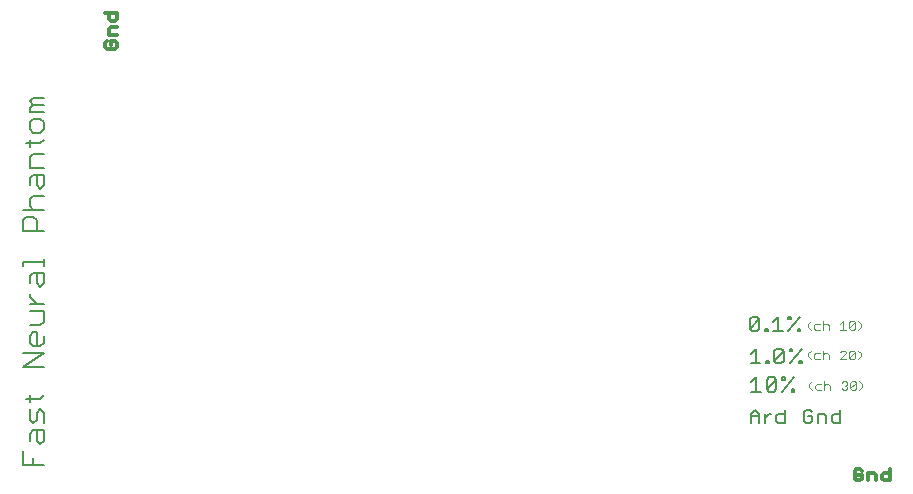
<source format=gto>
G75*
%MOIN*%
%OFA0B0*%
%FSLAX25Y25*%
%IPPOS*%
%LPD*%
%AMOC8*
5,1,8,0,0,1.08239X$1,22.5*
%
%ADD10C,0.01200*%
%ADD11C,0.00800*%
%ADD12C,0.00300*%
%ADD13C,0.00600*%
D10*
X0049935Y0152458D02*
X0052471Y0152458D01*
X0053105Y0153092D01*
X0053105Y0154360D01*
X0052471Y0154993D01*
X0051203Y0154993D01*
X0051203Y0153726D01*
X0049935Y0154993D02*
X0049301Y0154360D01*
X0049301Y0153092D01*
X0049935Y0152458D01*
X0050569Y0157062D02*
X0050569Y0158963D01*
X0051203Y0159597D01*
X0053105Y0159597D01*
X0052471Y0161666D02*
X0051203Y0161666D01*
X0050569Y0162300D01*
X0050569Y0164201D01*
X0049301Y0164201D02*
X0053105Y0164201D01*
X0053105Y0162300D01*
X0052471Y0161666D01*
X0053105Y0157062D02*
X0050569Y0157062D01*
X0299052Y0011667D02*
X0299052Y0009132D01*
X0299686Y0008498D01*
X0300954Y0008498D01*
X0301588Y0009132D01*
X0301588Y0010399D01*
X0300320Y0010399D01*
X0299052Y0011667D02*
X0299686Y0012301D01*
X0300954Y0012301D01*
X0301588Y0011667D01*
X0303656Y0011033D02*
X0305558Y0011033D01*
X0306192Y0010399D01*
X0306192Y0008498D01*
X0308260Y0009132D02*
X0308260Y0010399D01*
X0308894Y0011033D01*
X0310796Y0011033D01*
X0310796Y0012301D02*
X0310796Y0008498D01*
X0308894Y0008498D01*
X0308260Y0009132D01*
X0303656Y0008498D02*
X0303656Y0011033D01*
D11*
X0294175Y0027746D02*
X0292073Y0027746D01*
X0291373Y0028447D01*
X0291373Y0029848D01*
X0292073Y0030549D01*
X0294175Y0030549D01*
X0294175Y0031950D02*
X0294175Y0027746D01*
X0289571Y0027746D02*
X0289571Y0029848D01*
X0288870Y0030549D01*
X0286769Y0030549D01*
X0286769Y0027746D01*
X0284967Y0028447D02*
X0284967Y0029848D01*
X0283566Y0029848D01*
X0284967Y0028447D02*
X0284267Y0027746D01*
X0282865Y0027746D01*
X0282165Y0028447D01*
X0282165Y0031249D01*
X0282865Y0031950D01*
X0284267Y0031950D01*
X0284967Y0031249D01*
X0275759Y0030549D02*
X0273657Y0030549D01*
X0272957Y0029848D01*
X0272957Y0028447D01*
X0273657Y0027746D01*
X0275759Y0027746D01*
X0275759Y0031950D01*
X0271222Y0030549D02*
X0270521Y0030549D01*
X0269120Y0029148D01*
X0269120Y0030549D02*
X0269120Y0027746D01*
X0267319Y0027746D02*
X0267319Y0030549D01*
X0265918Y0031950D01*
X0264516Y0030549D01*
X0264516Y0027746D01*
X0264516Y0029848D02*
X0267319Y0029848D01*
X0267805Y0038076D02*
X0264602Y0038076D01*
X0266203Y0038076D02*
X0266203Y0042880D01*
X0264602Y0041279D01*
X0269758Y0042080D02*
X0269758Y0038877D01*
X0272961Y0042080D01*
X0272961Y0038877D01*
X0272160Y0038076D01*
X0270559Y0038076D01*
X0269758Y0038877D01*
X0274915Y0038076D02*
X0278918Y0042880D01*
X0275715Y0042880D02*
X0275715Y0042080D01*
X0274915Y0042080D01*
X0274915Y0042880D01*
X0275715Y0042880D01*
X0272961Y0042080D02*
X0272160Y0042880D01*
X0270559Y0042880D01*
X0269758Y0042080D01*
X0278117Y0038877D02*
X0278918Y0038877D01*
X0278918Y0038076D01*
X0278117Y0038076D01*
X0278117Y0038877D01*
X0277385Y0047525D02*
X0281388Y0052329D01*
X0278186Y0052329D02*
X0278186Y0051529D01*
X0277385Y0051529D01*
X0277385Y0052329D01*
X0278186Y0052329D01*
X0275431Y0051529D02*
X0272228Y0048326D01*
X0273029Y0047525D01*
X0274630Y0047525D01*
X0275431Y0048326D01*
X0275431Y0051529D01*
X0274630Y0052329D01*
X0273029Y0052329D01*
X0272228Y0051529D01*
X0272228Y0048326D01*
X0270451Y0048326D02*
X0270451Y0047525D01*
X0269650Y0047525D01*
X0269650Y0048326D01*
X0270451Y0048326D01*
X0267697Y0047525D02*
X0264494Y0047525D01*
X0266095Y0047525D02*
X0266095Y0052329D01*
X0264494Y0050728D01*
X0264901Y0058155D02*
X0264100Y0058956D01*
X0267303Y0062159D01*
X0267303Y0058956D01*
X0266502Y0058155D01*
X0264901Y0058155D01*
X0264100Y0058956D02*
X0264100Y0062159D01*
X0264901Y0062959D01*
X0266502Y0062959D01*
X0267303Y0062159D01*
X0271835Y0061358D02*
X0273436Y0062959D01*
X0273436Y0058155D01*
X0271835Y0058155D02*
X0275037Y0058155D01*
X0276991Y0058155D02*
X0280995Y0062959D01*
X0277792Y0062959D02*
X0277792Y0062159D01*
X0276991Y0062159D01*
X0276991Y0062959D01*
X0277792Y0062959D01*
X0280194Y0058956D02*
X0280995Y0058956D01*
X0280995Y0058155D01*
X0280194Y0058155D01*
X0280194Y0058956D01*
X0270057Y0058956D02*
X0270057Y0058155D01*
X0269257Y0058155D01*
X0269257Y0058956D01*
X0270057Y0058956D01*
X0280588Y0048326D02*
X0281388Y0048326D01*
X0281388Y0047525D01*
X0280588Y0047525D01*
X0280588Y0048326D01*
D12*
X0283540Y0049862D02*
X0283540Y0050829D01*
X0284507Y0051797D01*
X0285504Y0050345D02*
X0285504Y0049378D01*
X0285988Y0048894D01*
X0287439Y0048894D01*
X0288451Y0048894D02*
X0288451Y0051797D01*
X0288934Y0050829D02*
X0289902Y0050829D01*
X0290386Y0050345D01*
X0290386Y0048894D01*
X0288451Y0050345D02*
X0288934Y0050829D01*
X0287439Y0050829D02*
X0285988Y0050829D01*
X0285504Y0050345D01*
X0284507Y0048894D02*
X0283540Y0049862D01*
X0294344Y0048894D02*
X0296279Y0050829D01*
X0296279Y0051313D01*
X0295795Y0051797D01*
X0294827Y0051797D01*
X0294344Y0051313D01*
X0297290Y0051313D02*
X0297290Y0049378D01*
X0299225Y0051313D01*
X0299225Y0049378D01*
X0298741Y0048894D01*
X0297774Y0048894D01*
X0297290Y0049378D01*
X0296279Y0048894D02*
X0294344Y0048894D01*
X0297290Y0051313D02*
X0297774Y0051797D01*
X0298741Y0051797D01*
X0299225Y0051313D01*
X0300237Y0051797D02*
X0301204Y0050829D01*
X0301204Y0049862D01*
X0300237Y0048894D01*
X0300630Y0041560D02*
X0301598Y0040593D01*
X0301598Y0039625D01*
X0300630Y0038658D01*
X0299619Y0039142D02*
X0299135Y0038658D01*
X0298168Y0038658D01*
X0297684Y0039142D01*
X0299619Y0041077D01*
X0299619Y0039142D01*
X0299619Y0041077D02*
X0299135Y0041560D01*
X0298168Y0041560D01*
X0297684Y0041077D01*
X0297684Y0039142D01*
X0296672Y0039142D02*
X0296189Y0038658D01*
X0295221Y0038658D01*
X0294737Y0039142D01*
X0295705Y0040109D02*
X0296189Y0040109D01*
X0296672Y0039625D01*
X0296672Y0039142D01*
X0296189Y0040109D02*
X0296672Y0040593D01*
X0296672Y0041077D01*
X0296189Y0041560D01*
X0295221Y0041560D01*
X0294737Y0041077D01*
X0290779Y0040109D02*
X0290779Y0038658D01*
X0290779Y0040109D02*
X0290296Y0040593D01*
X0289328Y0040593D01*
X0288844Y0040109D01*
X0287833Y0040593D02*
X0286382Y0040593D01*
X0285898Y0040109D01*
X0285898Y0039142D01*
X0286382Y0038658D01*
X0287833Y0038658D01*
X0288844Y0038658D02*
X0288844Y0041560D01*
X0284901Y0041560D02*
X0283933Y0040593D01*
X0283933Y0039625D01*
X0284901Y0038658D01*
X0284507Y0058737D02*
X0283540Y0059704D01*
X0283540Y0060672D01*
X0284507Y0061639D01*
X0285504Y0060188D02*
X0285504Y0059220D01*
X0285988Y0058737D01*
X0287439Y0058737D01*
X0288451Y0058737D02*
X0288451Y0061639D01*
X0288934Y0060672D02*
X0289902Y0060672D01*
X0290386Y0060188D01*
X0290386Y0058737D01*
X0288451Y0060188D02*
X0288934Y0060672D01*
X0287439Y0060672D02*
X0285988Y0060672D01*
X0285504Y0060188D01*
X0294344Y0060672D02*
X0295311Y0061639D01*
X0295311Y0058737D01*
X0294344Y0058737D02*
X0296279Y0058737D01*
X0297290Y0059220D02*
X0299225Y0061155D01*
X0299225Y0059220D01*
X0298741Y0058737D01*
X0297774Y0058737D01*
X0297290Y0059220D01*
X0297290Y0061155D01*
X0297774Y0061639D01*
X0298741Y0061639D01*
X0299225Y0061155D01*
X0300237Y0061639D02*
X0301204Y0060672D01*
X0301204Y0059704D01*
X0300237Y0058737D01*
D13*
X0021753Y0018282D02*
X0021753Y0013611D01*
X0028759Y0013611D01*
X0025256Y0013611D02*
X0025256Y0015946D01*
X0027591Y0020609D02*
X0026424Y0021777D01*
X0026424Y0025280D01*
X0025256Y0025280D02*
X0028759Y0025280D01*
X0028759Y0021777D01*
X0027591Y0020609D01*
X0024088Y0021777D02*
X0024088Y0024112D01*
X0025256Y0025280D01*
X0025256Y0027607D02*
X0024088Y0028775D01*
X0024088Y0032278D01*
X0024088Y0034605D02*
X0024088Y0036940D01*
X0022921Y0035773D02*
X0027591Y0035773D01*
X0028759Y0036940D01*
X0027591Y0032278D02*
X0026424Y0031110D01*
X0026424Y0028775D01*
X0025256Y0027607D01*
X0028759Y0027607D02*
X0028759Y0031110D01*
X0027591Y0032278D01*
X0028759Y0046268D02*
X0021753Y0046268D01*
X0028759Y0050939D01*
X0021753Y0050939D01*
X0024088Y0054434D02*
X0024088Y0056769D01*
X0025256Y0057937D01*
X0026424Y0057937D01*
X0026424Y0053266D01*
X0027591Y0053266D02*
X0025256Y0053266D01*
X0024088Y0054434D01*
X0027591Y0053266D02*
X0028759Y0054434D01*
X0028759Y0056769D01*
X0027591Y0060264D02*
X0024088Y0060264D01*
X0027591Y0060264D02*
X0028759Y0061432D01*
X0028759Y0064935D01*
X0024088Y0064935D01*
X0024088Y0067262D02*
X0028759Y0067262D01*
X0026424Y0067262D02*
X0024088Y0069597D01*
X0024088Y0070765D01*
X0026424Y0074261D02*
X0027591Y0073094D01*
X0028759Y0074261D01*
X0028759Y0077764D01*
X0025256Y0077764D01*
X0024088Y0076597D01*
X0024088Y0074261D01*
X0026424Y0074261D02*
X0026424Y0077764D01*
X0028759Y0080092D02*
X0028759Y0082427D01*
X0028759Y0081259D02*
X0021753Y0081259D01*
X0021753Y0080092D01*
X0021753Y0091755D02*
X0021753Y0095258D01*
X0022921Y0096426D01*
X0025256Y0096426D01*
X0026424Y0095258D01*
X0026424Y0091755D01*
X0028759Y0091755D02*
X0021753Y0091755D01*
X0021753Y0098753D02*
X0028759Y0098753D01*
X0025256Y0098753D02*
X0024088Y0099921D01*
X0024088Y0102256D01*
X0025256Y0103424D01*
X0028759Y0103424D01*
X0027591Y0105751D02*
X0026424Y0106919D01*
X0026424Y0110422D01*
X0025256Y0110422D02*
X0028759Y0110422D01*
X0028759Y0106919D01*
X0027591Y0105751D01*
X0024088Y0106919D02*
X0024088Y0109254D01*
X0025256Y0110422D01*
X0024088Y0112749D02*
X0024088Y0116252D01*
X0025256Y0117420D01*
X0028759Y0117420D01*
X0024088Y0119747D02*
X0024088Y0122082D01*
X0022921Y0120915D02*
X0027591Y0120915D01*
X0028759Y0122082D01*
X0027591Y0124412D02*
X0025256Y0124412D01*
X0024088Y0125580D01*
X0024088Y0127915D01*
X0025256Y0129083D01*
X0027591Y0129083D01*
X0028759Y0127915D01*
X0028759Y0125580D01*
X0027591Y0124412D01*
X0028759Y0131410D02*
X0024088Y0131410D01*
X0024088Y0132578D01*
X0025256Y0133746D01*
X0024088Y0134913D01*
X0025256Y0136081D01*
X0028759Y0136081D01*
X0028759Y0133746D02*
X0025256Y0133746D01*
X0024088Y0112749D02*
X0028759Y0112749D01*
M02*

</source>
